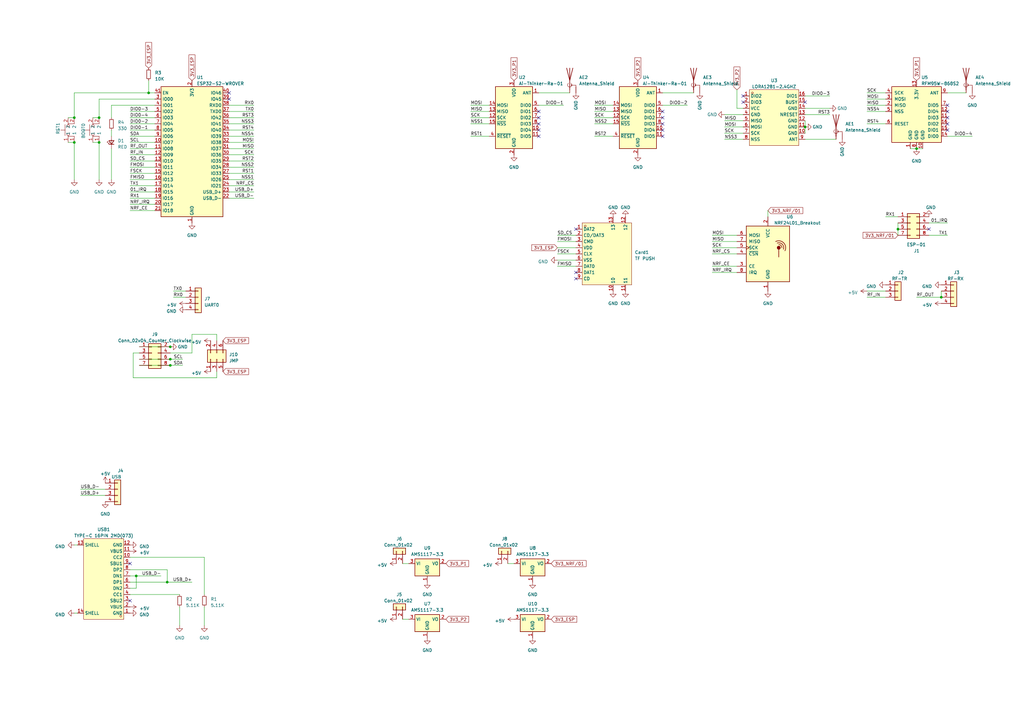
<source format=kicad_sch>
(kicad_sch (version 20230121) (generator eeschema)
  (paper "A3")
  (lib_symbols
    (symbol "Connector_Generic:Conn_01x02" (pin_names (offset 1.016) hide)
      (property "Reference" "J" (at 0 2.54 0))
      (property "Value" "Conn_01x02" (at 0 -5.08 0))
      (symbol "Conn_01x02_1_1"
        (rectangle (start -1.27 -2.413) (end 0 -2.667) (stroke (width 0.1524)))
        (rectangle (start -1.27 0.127) (end 0 -0.127) (stroke (width 0.1524)))
        (rectangle (start -1.27 1.27) (end 1.27 -3.81) (stroke (width 0.254)) (fill (type background)))
        (pin passive line (at -5.08 0 0) (length 3.81) (name "Pin_1") (number "1"))
        (pin passive line (at -5.08 -2.54 0) (length 3.81) (name "Pin_2") (number "2"))
      )
    )
    (symbol "Connector_Generic:Conn_01x03" (pin_names (offset 1.016) hide)
      (property "Reference" "J" (at 0 5.08 0))
      (property "Value" "Conn_01x03" (at 0 -5.08 0))
      (symbol "Conn_01x03_1_1"
        (rectangle (start -1.27 -2.413) (end 0 -2.667) (stroke (width 0.1524)))
        (rectangle (start -1.27 0.127) (end 0 -0.127) (stroke (width 0.1524)))
        (rectangle (start -1.27 2.667) (end 0 2.413) (stroke (width 0.1524)))
        (rectangle (start -1.27 3.81) (end 1.27 -3.81) (stroke (width 0.254)) (fill (type background)))
        (pin passive line (at -5.08 2.54 0) (length 3.81) (name "Pin_1") (number "1"))
        (pin passive line (at -5.08 0 0) (length 3.81) (name "Pin_2") (number "2"))
        (pin passive line (at -5.08 -2.54 0) (length 3.81) (name "Pin_3") (number "3"))
      )
    )
    (symbol "Connector_Generic:Conn_01x04" (pin_names (offset 1.016) hide)
      (property "Reference" "J" (at 0 5.08 0))
      (property "Value" "Conn_01x04" (at 0 -7.62 0))
      (symbol "Conn_01x04_1_1"
        (rectangle (start -1.27 -4.953) (end 0 -5.207) (stroke (width 0.1524)))
        (rectangle (start -1.27 -2.413) (end 0 -2.667) (stroke (width 0.1524)))
        (rectangle (start -1.27 0.127) (end 0 -0.127) (stroke (width 0.1524)))
        (rectangle (start -1.27 2.667) (end 0 2.413) (stroke (width 0.1524)))
        (rectangle (start -1.27 3.81) (end 1.27 -6.35) (stroke (width 0.254)) (fill (type background)))
        (pin passive line (at -5.08 2.54 0) (length 3.81) (name "Pin_1") (number "1"))
        (pin passive line (at -5.08 0 0) (length 3.81) (name "Pin_2") (number "2"))
        (pin passive line (at -5.08 -2.54 0) (length 3.81) (name "Pin_3") (number "3"))
        (pin passive line (at -5.08 -5.08 0) (length 3.81) (name "Pin_4") (number "4"))
      )
    )
    (symbol "Connector_Generic:Conn_02x03_Odd_Even" (pin_names (offset 1.016) hide)
      (property "Reference" "J" (at 1.27 5.08 0))
      (property "Value" "Conn_02x03_Odd_Even" (at 1.27 -5.08 0))
      (symbol "Conn_02x03_Odd_Even_1_1"
        (rectangle (start -1.27 -2.413) (end 0 -2.667) (stroke (width 0.1524)))
        (rectangle (start -1.27 0.127) (end 0 -0.127) (stroke (width 0.1524)))
        (rectangle (start -1.27 2.667) (end 0 2.413) (stroke (width 0.1524)))
        (rectangle (start -1.27 3.81) (end 3.81 -3.81) (stroke (width 0.254)) (fill (type background)))
        (rectangle (start 3.81 -2.413) (end 2.54 -2.667) (stroke (width 0.1524)))
        (rectangle (start 3.81 0.127) (end 2.54 -0.127) (stroke (width 0.1524)))
        (rectangle (start 3.81 2.667) (end 2.54 2.413) (stroke (width 0.1524)))
        (pin passive line (at -5.08 2.54 0) (length 3.81) (name "Pin_1") (number "1"))
        (pin passive line (at 7.62 2.54 180) (length 3.81) (name "Pin_2") (number "2"))
        (pin passive line (at -5.08 0 0) (length 3.81) (name "Pin_3") (number "3"))
        (pin passive line (at 7.62 0 180) (length 3.81) (name "Pin_4") (number "4"))
        (pin passive line (at -5.08 -2.54 0) (length 3.81) (name "Pin_5") (number "5"))
        (pin passive line (at 7.62 -2.54 180) (length 3.81) (name "Pin_6") (number "6"))
      )
    )
    (symbol "Connector_Generic:Conn_02x04_Odd_Even" (pin_names (offset 1.016) hide)
      (property "Reference" "J" (at 1.27 5.08 0))
      (property "Value" "Conn_02x04_Odd_Even" (at 1.27 -7.62 0))
      (symbol "Conn_02x04_Odd_Even_1_1"
        (rectangle (start -1.27 -4.953) (end 0 -5.207) (stroke (width 0.1524)))
        (rectangle (start -1.27 -2.413) (end 0 -2.667) (stroke (width 0.1524)))
        (rectangle (start -1.27 0.127) (end 0 -0.127) (stroke (width 0.1524)))
        (rectangle (start -1.27 2.667) (end 0 2.413) (stroke (width 0.1524)))
        (rectangle (start -1.27 3.81) (end 3.81 -6.35) (stroke (width 0.254)) (fill (type background)))
        (rectangle (start 3.81 -4.953) (end 2.54 -5.207) (stroke (width 0.1524)))
        (rectangle (start 3.81 -2.413) (end 2.54 -2.667) (stroke (width 0.1524)))
        (rectangle (start 3.81 0.127) (end 2.54 -0.127) (stroke (width 0.1524)))
        (rectangle (start 3.81 2.667) (end 2.54 2.413) (stroke (width 0.1524)))
        (pin passive line (at -5.08 2.54 0) (length 3.81) (name "Pin_1") (number "1"))
        (pin passive line (at 7.62 2.54 180) (length 3.81) (name "Pin_2") (number "2"))
        (pin passive line (at -5.08 0 0) (length 3.81) (name "Pin_3") (number "3"))
        (pin passive line (at 7.62 0 180) (length 3.81) (name "Pin_4") (number "4"))
        (pin passive line (at -5.08 -2.54 0) (length 3.81) (name "Pin_5") (number "5"))
        (pin passive line (at 7.62 -2.54 180) (length 3.81) (name "Pin_6") (number "6"))
        (pin passive line (at -5.08 -5.08 0) (length 3.81) (name "Pin_7") (number "7"))
        (pin passive line (at 7.62 -5.08 180) (length 3.81) (name "Pin_8") (number "8"))
      )
    )
    (symbol "Custom:LORA1281-2.4GHZ"
      (property "Reference" "U" (at 0 13.97 0))
      (property "Value" "LORA1281-2.4GHZ" (at 0 -13.97 0))
      (symbol "LORA1281-2.4GHZ_0_1"
        (rectangle (start -10.16 11.43) (end 10.16 -11.43) (fill (type background)))
        (circle (center -8.89 10.16) (radius 0.38))
        (pin unspecified line (at -12.7 8.89 0) (length 2.54) (name "DIO2") (number "1"))
        (pin unspecified line (at 12.7 -6.35 180) (length 2.54) (name "GND") (number "10"))
        (pin unspecified line (at 12.7 -3.81 180) (length 2.54) (name "GND") (number "11"))
        (pin unspecified line (at 12.7 -1.27 180) (length 2.54) (name "GND") (number "12"))
        (pin unspecified line (at 12.7 1.27 180) (length 2.54) (name "NRESET") (number "13"))
        (pin unspecified line (at 12.7 3.81 180) (length 2.54) (name "GND") (number "14"))
        (pin unspecified line (at 12.7 6.35 180) (length 2.54) (name "BUSY") (number "15"))
        (pin unspecified line (at 12.7 8.89 180) (length 2.54) (name "DIO1") (number "16"))
        (pin unspecified line (at -12.7 6.35 0) (length 2.54) (name "DIO3") (number "2"))
        (pin unspecified line (at -12.7 3.81 0) (length 2.54) (name "VCC") (number "3"))
        (pin unspecified line (at -12.7 1.27 0) (length 2.54) (name "GND") (number "4"))
        (pin unspecified line (at -12.7 -1.27 0) (length 2.54) (name "MISO") (number "5"))
        (pin unspecified line (at -12.7 -3.81 0) (length 2.54) (name "MOSI") (number "6"))
        (pin unspecified line (at -12.7 -6.35 0) (length 2.54) (name "SCK") (number "7"))
        (pin unspecified line (at -12.7 -8.89 0) (length 2.54) (name "NSS") (number "8"))
        (pin unspecified line (at 12.7 -8.89 180) (length 2.54) (name "ANT") (number "9"))
      )
    )
    (symbol "Custom:TFPUSH"
      (property "Reference" "Card" (at 0 20.32 0))
      (property "Value" "TF PUSH" (at 0 -20.32 0))
      (symbol "TFPUSH_0_1"
        (rectangle (start -7.62 12.7) (end 12.7 -12.7) (fill (type background)))
        (circle (center -6.35 11.43) (radius 0.38))
        (pin unspecified line (at -10.16 10.16 0) (length 2.54) (name "DAT2") (number "1"))
        (pin unspecified line (at 5.08 -15.24 90) (length 2.54) (name "10") (number "10"))
        (pin unspecified line (at 10.16 -15.24 90) (length 2.54) (name "11") (number "11"))
        (pin unspecified line (at 10.16 15.24 270) (length 2.54) (name "12") (number "12"))
        (pin unspecified line (at 5.08 15.24 270) (length 2.54) (name "13") (number "13"))
        (pin unspecified line (at -10.16 7.62 0) (length 2.54) (name "CD/DAT3") (number "2"))
        (pin unspecified line (at -10.16 5.08 0) (length 2.54) (name "CMD") (number "3"))
        (pin unspecified line (at -10.16 2.54 0) (length 2.54) (name "VDD") (number "4"))
        (pin unspecified line (at -10.16 0 0) (length 2.54) (name "CLX") (number "5"))
        (pin unspecified line (at -10.16 -2.54 0) (length 2.54) (name "VSS") (number "6"))
        (pin unspecified line (at -10.16 -5.08 0) (length 2.54) (name "DAT0") (number "7"))
        (pin unspecified line (at -10.16 -7.62 0) (length 2.54) (name "DAT1") (number "8"))
        (pin unspecified line (at -10.16 -10.16 0) (length 2.54) (name "CD") (number "9"))
      )
    )
    (symbol "Custom:TYPE-C16PIN2MD(073)"
      (property "Reference" "USB" (at 0 19.05 0))
      (property "Value" "TYPE-C 16PIN 2MD(073)" (at 0 -19.05 0))
      (symbol "TYPE-C16PIN2MD(073)_0_1"
        (rectangle (start -8.89 16.51) (end 7.62 -16.51) (fill (type background)))
        (circle (center -7.62 15.24) (radius 0.38))
        (pin unspecified line (at -11.43 13.97 0) (length 2.54) (name "GND") (number "1"))
        (pin unspecified line (at -11.43 -8.89 0) (length 2.54) (name "CC2") (number "10"))
        (pin unspecified line (at -11.43 -11.43 0) (length 2.54) (name "VBUS") (number "11"))
        (pin unspecified line (at -11.43 -13.97 0) (length 2.54) (name "GND") (number "12"))
        (pin unspecified line (at 10.16 -13.97 180) (length 2.54) (name "SHELL") (number "13"))
        (pin unspecified line (at 10.16 13.97 180) (length 2.54) (name "SHELL") (number "14"))
        (pin unspecified line (at -11.43 11.43 0) (length 2.54) (name "VBUS") (number "2"))
        (pin unspecified line (at -11.43 8.89 0) (length 2.54) (name "SBU2") (number "3"))
        (pin unspecified line (at -11.43 6.35 0) (length 2.54) (name "CC1") (number "4"))
        (pin unspecified line (at -11.43 3.81 0) (length 2.54) (name "DN2") (number "5"))
        (pin unspecified line (at -11.43 1.27 0) (length 2.54) (name "DP1") (number "6"))
        (pin unspecified line (at -11.43 -1.27 0) (length 2.54) (name "DN1") (number "7"))
        (pin unspecified line (at -11.43 -3.81 0) (length 2.54) (name "DP2") (number "8"))
        (pin unspecified line (at -11.43 -6.35 0) (length 2.54) (name "SBU1") (number "9"))
      )
    )
    (symbol "Custom:push_button"
      (property "Reference" "SW" (at 0 0 0))
      (symbol "push_button_0_1"
        (circle (center -1.778 -3.81) (radius 0.508))
        (polyline (pts (xy -2.286 -2.54) (xy 2.286 -2.54)))
        (polyline (pts (xy 0 -2.54) (xy 0 -0.762)))
        (polyline (pts (xy -2.54 -6.35) (xy -2.54 -3.81) (xy -2.286 -3.81)))
        (polyline (pts (xy 2.54 -6.35) (xy 2.54 -3.81) (xy 2.286 -3.81)))
        (circle (center 1.778 -3.81) (radius 0.508))
        (pin passive line (at -5.08 -6.35 0) (length 2.54) (name "1") (number "1"))
        (pin passive line (at -5.08 -3.81 0) (length 2.54) (name "1") (number "1"))
        (pin passive line (at 5.08 -6.35 180) (length 2.54) (name "2") (number "2"))
        (pin passive line (at 5.08 -3.81 180) (length 2.54) (name "2") (number "2"))
      )
    )
    (symbol "Device:Antenna_Shield" (pin_numbers hide) (pin_names (offset 1.016) hide)
      (property "Reference" "AE" (at -1.905 4.445 0))
      (property "Value" "Antenna_Shield" (at -1.905 2.54 0))
      (symbol "Antenna_Shield_0_1"
        (arc (start -0.508 -1.143) (mid -0.8429 -2.1194) (end 0 -2.667))
        (arc (start 0 -2.667) (mid 0.7989 -2.1052) (end 0.508 -1.143))
        (polyline (pts (xy 0 -2.54) (xy 0 0)))
        (polyline (pts (xy 0 5.08) (xy 0 -3.81)) (stroke (width 0.254)))
        (polyline (pts (xy 0.762 -1.905) (xy 2.54 -1.905)))
        (polyline (pts (xy 2.54 -2.54) (xy 2.54 -1.905)))
        (polyline (pts (xy 1.27 5.08) (xy 0 0) (xy -1.27 5.08)) (stroke (width 0.254)))
        (circle (center 0.762 -1.905) (radius 0.1778) (fill (type outline)))
      )
      (symbol "Antenna_Shield_1_1"
        (pin input line (at 0 -5.08 90) (length 2.54) (name "A") (number "1"))
        (pin input line (at 2.54 -5.08 90) (length 2.54) (name "Shield") (number "2"))
      )
    )
    (symbol "Device:LED_Small" (pin_numbers hide) (pin_names (offset 0.254) hide)
      (property "Reference" "D" (at -1.27 3.175 0))
      (property "Value" "LED_Small" (at -4.445 -2.54 0))
      (symbol "LED_Small_0_1"
        (polyline (pts (xy -0.762 -1.016) (xy -0.762 1.016)) (stroke (width 0.254)))
        (polyline (pts (xy 1.016 0) (xy -0.762 0)))
        (polyline (pts (xy 0.762 -1.016) (xy -0.762 0) (xy 0.762 1.016) (xy 0.762 -1.016)) (stroke (width 0.254)))
        (polyline (pts (xy 0 0.762) (xy -0.508 1.27) (xy -0.254 1.27) (xy -0.508 1.27) (xy -0.508 1.016)))
        (polyline (pts (xy 0.508 1.27) (xy 0 1.778) (xy 0.254 1.778) (xy 0 1.778) (xy 0 1.524)))
      )
      (symbol "LED_Small_1_1"
        (pin passive line (at -2.54 0 0) (length 1.778) (name "K") (number "1"))
        (pin passive line (at 2.54 0 180) (length 1.778) (name "A") (number "2"))
      )
    )
    (symbol "Device:R_Small" (pin_numbers hide) (pin_names (offset 0.254) hide)
      (property "Reference" "R" (at 0.762 0.508 0))
      (property "Value" "R_Small" (at 0.762 -1.016 0))
      (symbol "R_Small_0_1"
        (rectangle (start -0.762 1.778) (end 0.762 -1.778) (stroke (width 0.2032)))
      )
      (symbol "R_Small_1_1"
        (pin passive line (at 0 2.54 270) (length 0.762) (name "~") (number "1"))
        (pin passive line (at 0 -2.54 90) (length 0.762) (name "~") (number "2"))
      )
    )
    (symbol "RF:NRF24L01_Breakout" (pin_names (offset 1.016))
      (property "Reference" "U" (at -8.89 12.7 0))
      (property "Value" "NRF24L01_Breakout" (at 3.81 12.7 0))
      (symbol "NRF24L01_Breakout_0_1"
        (rectangle (start -8.89 11.43) (end 8.89 -11.43) (stroke (width 0.254)) (fill (type background)))
        (polyline (pts (xy 4.445 1.905) (xy 4.445 -1.27)) (stroke (width 0.254)))
        (circle (center 4.445 2.54) (radius 0.635) (stroke (width 0.254)) (fill (type outline)))
        (arc (start 5.715 2.54) (mid 5.3521 3.4546) (end 4.445 3.81) (stroke (width 0.254)))
        (arc (start 6.35 1.905) (mid 5.8763 3.9854) (end 3.81 4.445) (stroke (width 0.254)))
        (arc (start 6.985 1.27) (mid 6.453 4.548) (end 3.175 5.08) (stroke (width 0.254)))
      )
      (symbol "NRF24L01_Breakout_1_1"
        (pin power_in line (at 0 -15.24 90) (length 3.81) (name "GND") (number "1"))
        (pin power_in line (at 0 15.24 270) (length 3.81) (name "VCC") (number "2"))
        (pin input line (at -12.7 -5.08 0) (length 3.81) (name "CE") (number "3"))
        (pin input line (at -12.7 0 0) (length 3.81) (name "~{CSN}") (number "4"))
        (pin input clock (at -12.7 2.54 0) (length 3.81) (name "SCK") (number "5"))
        (pin input line (at -12.7 7.62 0) (length 3.81) (name "MOSI") (number "6"))
        (pin output line (at -12.7 5.08 0) (length 3.81) (name "MISO") (number "7"))
        (pin output line (at -12.7 -7.62 0) (length 3.81) (name "IRQ") (number "8"))
      )
    )
    (symbol "RF_Module:Ai-Thinker-Ra-01"
      (property "Reference" "U" (at 2.54 17.78 0))
      (property "Value" "Ai-Thinker-Ra-01" (at 13.97 -15.24 0))
      (symbol "Ai-Thinker-Ra-01_0_1"
        (rectangle (start -7.62 12.7) (end 7.62 -12.7) (stroke (width 0.254)) (fill (type background)))
      )
      (symbol "Ai-Thinker-Ra-01_1_1"
        (pin passive line (at 10.16 10.16 180) (length 2.54) (name "ANT") (number "1"))
        (pin bidirectional line (at 10.16 -5.08 180) (length 2.54) (name "DIO4") (number "10"))
        (pin bidirectional line (at 10.16 -7.62 180) (length 2.54) (name "DIO5") (number "11"))
        (pin input line (at -10.16 0 0) (length 2.54) (name "SCK") (number "12"))
        (pin output line (at -10.16 2.54 0) (length 2.54) (name "MISO") (number "13"))
        (pin input line (at -10.16 5.08 0) (length 2.54) (name "MOSI") (number "14"))
        (pin input line (at -10.16 -2.54 0) (length 2.54) (name "~{NSS}") (number "15"))
        (pin passive line (at 0 -15.24 90) (length 2.54) hide (name "GND") (number "16"))
        (pin power_in line (at 0 -15.24 90) (length 2.54) (name "GND") (number "2"))
        (pin power_in line (at 0 15.24 270) (length 2.54) (name "VDD") (number "3"))
        (pin input line (at -10.16 -7.62 0) (length 2.54) (name "~{RESET}") (number "4"))
        (pin bidirectional line (at 10.16 5.08 180) (length 2.54) (name "DIO0") (number "5"))
        (pin bidirectional line (at 10.16 2.54 180) (length 2.54) (name "DIO1") (number "6"))
        (pin bidirectional line (at 10.16 0 180) (length 2.54) (name "DIO2") (number "7"))
        (pin bidirectional line (at 10.16 -2.54 180) (length 2.54) (name "DIO3") (number "8"))
        (pin passive line (at 0 -15.24 90) (length 2.54) hide (name "GND") (number "9"))
      )
    )
    (symbol "RF_Module:ESP32-S2-WROVER"
      (property "Reference" "U" (at -12.7 29.21 0))
      (property "Value" "ESP32-S2-WROVER" (at 2.54 29.21 0))
      (symbol "ESP32-S2-WROVER_0_1"
        (rectangle (start -12.7 27.94) (end 12.7 -25.4) (stroke (width 0.254)) (fill (type background)))
      )
      (symbol "ESP32-S2-WROVER_1_1"
        (pin power_in line (at 0 -27.94 90) (length 2.54) (name "GND") (number "1"))
        (pin bidirectional line (at -15.24 5.08 0) (length 2.54) (name "IO07") (number "10"))
        (pin bidirectional line (at -15.24 2.54 0) (length 2.54) (name "IO08") (number "11"))
        (pin bidirectional line (at -15.24 0 0) (length 2.54) (name "IO09") (number "12"))
        (pin bidirectional line (at -15.24 -2.54 0) (length 2.54) (name "IO10") (number "13"))
        (pin bidirectional line (at -15.24 -5.08 0) (length 2.54) (name "IO11") (number "14"))
        (pin bidirectional line (at -15.24 -7.62 0) (length 2.54) (name "IO12") (number "15"))
        (pin bidirectional line (at -15.24 -10.16 0) (length 2.54) (name "IO13") (number "16"))
        (pin bidirectional line (at -15.24 -12.7 0) (length 2.54) (name "IO14") (number "17"))
        (pin bidirectional line (at -15.24 -15.24 0) (length 2.54) (name "IO15") (number "18"))
        (pin bidirectional line (at -15.24 -17.78 0) (length 2.54) (name "IO16") (number "19"))
        (pin power_in line (at 0 30.48 270) (length 2.54) (name "3V3") (number "2"))
        (pin bidirectional line (at -15.24 -20.32 0) (length 2.54) (name "IO17") (number "20"))
        (pin bidirectional line (at -15.24 -22.86 0) (length 2.54) (name "IO18") (number "21"))
        (pin bidirectional line (at 15.24 -17.78 180) (length 2.54) (name "USB_D-") (number "22"))
        (pin bidirectional line (at 15.24 -15.24 180) (length 2.54) (name "USB_D+") (number "23"))
        (pin bidirectional line (at 15.24 -12.7 180) (length 2.54) (name "IO21") (number "24"))
        (pin bidirectional line (at 15.24 -10.16 180) (length 2.54) (name "IO26") (number "25"))
        (pin passive line (at 0 -27.94 90) (length 2.54) hide (name "GND") (number "26"))
        (pin bidirectional line (at 15.24 -7.62 180) (length 2.54) (name "IO33") (number "27"))
        (pin bidirectional line (at 15.24 -5.08 180) (length 2.54) (name "IO34") (number "28"))
        (pin bidirectional line (at 15.24 -2.54 180) (length 2.54) (name "IO35") (number "29"))
        (pin bidirectional line (at -15.24 22.86 0) (length 2.54) (name "IO00") (number "3"))
        (pin bidirectional line (at 15.24 0 180) (length 2.54) (name "IO36") (number "30"))
        (pin bidirectional line (at 15.24 2.54 180) (length 2.54) (name "IO37") (number "31"))
        (pin bidirectional line (at 15.24 5.08 180) (length 2.54) (name "IO38") (number "32"))
        (pin bidirectional line (at 15.24 7.62 180) (length 2.54) (name "IO39") (number "33"))
        (pin bidirectional line (at 15.24 10.16 180) (length 2.54) (name "IO40") (number "34"))
        (pin bidirectional line (at 15.24 12.7 180) (length 2.54) (name "IO41") (number "35"))
        (pin bidirectional line (at 15.24 15.24 180) (length 2.54) (name "IO42") (number "36"))
        (pin bidirectional line (at 15.24 17.78 180) (length 2.54) (name "TXD0") (number "37"))
        (pin bidirectional line (at 15.24 20.32 180) (length 2.54) (name "RXD0") (number "38"))
        (pin bidirectional line (at 15.24 22.86 180) (length 2.54) (name "IO45") (number "39"))
        (pin bidirectional line (at -15.24 20.32 0) (length 2.54) (name "IO01") (number "4"))
        (pin input line (at 15.24 25.4 180) (length 2.54) (name "IO46") (number "40"))
        (pin input line (at -15.24 25.4 0) (length 2.54) (name "EN") (number "41"))
        (pin passive line (at 0 -27.94 90) (length 2.54) hide (name "GND") (number "42"))
        (pin passive line (at 0 -27.94 90) (length 2.54) hide (name "GND") (number "43"))
        (pin bidirectional line (at -15.24 17.78 0) (length 2.54) (name "IO02") (number "5"))
        (pin bidirectional line (at -15.24 15.24 0) (length 2.54) (name "IO03") (number "6"))
        (pin bidirectional line (at -15.24 12.7 0) (length 2.54) (name "IO04") (number "7"))
        (pin bidirectional line (at -15.24 10.16 0) (length 2.54) (name "IO05") (number "8"))
        (pin bidirectional line (at -15.24 7.62 0) (length 2.54) (name "IO06") (number "9"))
      )
    )
    (symbol "RF_Module:RFM95W-868S2" (pin_names (offset 1.016))
      (property "Reference" "U" (at -10.414 11.684 0))
      (property "Value" "RFM95W-868S2" (at 1.524 11.43 0))
      (symbol "RFM95W-868S2_0_1"
        (rectangle (start -10.16 10.16) (end 10.16 -12.7) (stroke (width 0.254)) (fill (type background)))
      )
      (symbol "RFM95W-868S2_1_1"
        (pin power_in line (at -2.54 -15.24 90) (length 2.54) (name "GND") (number "1"))
        (pin power_in line (at 2.54 -15.24 90) (length 2.54) (name "GND") (number "10"))
        (pin bidirectional line (at 12.7 -2.54 180) (length 2.54) (name "DIO3") (number "11"))
        (pin bidirectional line (at 12.7 0 180) (length 2.54) (name "DIO4") (number "12"))
        (pin power_in line (at 0 12.7 270) (length 2.54) (name "3.3V") (number "13"))
        (pin bidirectional line (at 12.7 -10.16 180) (length 2.54) (name "DIO0") (number "14"))
        (pin bidirectional line (at 12.7 -7.62 180) (length 2.54) (name "DIO1") (number "15"))
        (pin bidirectional line (at 12.7 -5.08 180) (length 2.54) (name "DIO2") (number "16"))
        (pin output line (at -12.7 2.54 0) (length 2.54) (name "MISO") (number "2"))
        (pin input line (at -12.7 5.08 0) (length 2.54) (name "MOSI") (number "3"))
        (pin input line (at -12.7 7.62 0) (length 2.54) (name "SCK") (number "4"))
        (pin input line (at -12.7 0 0) (length 2.54) (name "NSS") (number "5"))
        (pin bidirectional line (at -12.7 -5.08 0) (length 2.54) (name "RESET") (number "6"))
        (pin bidirectional line (at 12.7 2.54 180) (length 2.54) (name "DIO5") (number "7"))
        (pin power_in line (at 0 -15.24 90) (length 2.54) (name "GND") (number "8"))
        (pin bidirectional line (at 12.7 7.62 180) (length 2.54) (name "ANT") (number "9"))
      )
    )
    (symbol "Regulator_Linear:AMS1117-3.3"
      (property "Reference" "U" (at -3.81 3.175 0))
      (property "Value" "AMS1117-3.3" (at 0 3.175 0))
      (symbol "AMS1117-3.3_0_1"
        (rectangle (start -5.08 -5.08) (end 5.08 1.905) (stroke (width 0.254)) (fill (type background)))
      )
      (symbol "AMS1117-3.3_1_1"
        (pin power_in line (at 0 -7.62 90) (length 2.54) (name "GND") (number "1"))
        (pin power_out line (at 7.62 0 180) (length 2.54) (name "VO") (number "2"))
        (pin power_in line (at -7.62 0 0) (length 2.54) (name "VI") (number "3"))
      )
    )
    (symbol "power:+5V" (power) (pin_names (offset 0))
      (property "Value" "+5V" (at 0 3.556 0))
      (symbol "+5V_0_1"
        (polyline (pts (xy -0.762 1.27) (xy 0 2.54)))
        (polyline (pts (xy 0 0) (xy 0 2.54)))
        (polyline (pts (xy 0 2.54) (xy 0.762 1.27)))
      )
      (symbol "+5V_1_1"
        (pin power_in line (at 0 0 90) (length 0) hide (name "+5V") (number "1"))
      )
    )
    (symbol "power:GND" (power) (pin_names (offset 0))
      (property "Value" "GND" (at 0 -3.81 0))
      (symbol "GND_0_1"
        (polyline (pts (xy 0 0) (xy 0 -1.27) (xy 1.27 -1.27) (xy 0 -2.54) (xy -1.27 -1.27) (xy 0 -1.27)))
      )
      (symbol "GND_1_1"
        (pin power_in line (at 0 0 270) (length 0) hide (name "GND") (number "1"))
      )
    )
  )
  (junction (at 60.96 38.1))
  (junction (at 375.92 60.96))
  (junction (at 386.08 121.92))
  (junction (at 40.64 58.42))
  (junction (at 30.48 48.26))
  (junction (at 40.64 48.26))
  (junction (at 30.48 58.42))
  (junction (at 368.3 93.98))
  (junction (at 330.2 52.07))
  (junction (at 68.58 238.76))
  (junction (at 69.85 147.32))
  (junction (at 69.85 149.86))
  (junction (at 55.88 236.22))
  (junction (at 69.85 142.24))
  (no_connect (at 388.62 50.8))
  (no_connect (at 271.78 55.88))
  (no_connect (at 271.78 53.34))
  (no_connect (at 220.98 48.26))
  (no_connect (at 236.22 111.76))
  (no_connect (at 220.98 50.8))
  (no_connect (at 381 93.98))
  (no_connect (at 93.98 38.1))
  (no_connect (at 53.34 246.38))
  (no_connect (at 236.22 114.3))
  (no_connect (at 53.34 231.14))
  (no_connect (at 220.98 53.34))
  (no_connect (at 220.98 55.88))
  (no_connect (at 93.98 40.64))
  (no_connect (at 304.8 41.91))
  (no_connect (at 236.22 93.98))
  (no_connect (at 330.2 41.91))
  (no_connect (at 388.62 43.18))
  (no_connect (at 388.62 48.26))
  (no_connect (at 271.78 45.72))
  (no_connect (at 271.78 48.26))
  (no_connect (at 388.62 45.72))
  (no_connect (at 304.8 39.37))
  (no_connect (at 271.78 50.8))
  (no_connect (at 220.98 45.72))
  (no_connect (at 388.62 53.34))
  (wire (pts (xy 93.98 68.58) (xy 104.14 68.58)))
  (wire (pts (xy 284.48 38.1) (xy 271.78 38.1)))
  (wire (pts (xy 297.18 46.99) (xy 304.8 46.99)))
  (wire (pts (xy 45.72 43.18) (xy 63.5 43.18)))
  (wire (pts (xy 355.6 121.92) (xy 363.22 121.92)))
  (wire (pts (xy 83.82 228.6) (xy 53.34 228.6)))
  (wire (pts (xy 381 96.52) (xy 388.62 96.52)))
  (wire (pts (xy 228.6 109.22) (xy 236.22 109.22)))
  (wire (pts (xy 38.1 58.42) (xy 40.64 58.42)))
  (wire (pts (xy 388.62 91.44) (xy 381 91.44)))
  (wire (pts (xy 88.9 139.7) (xy 88.9 137.16)))
  (wire (pts (xy 30.48 38.1) (xy 30.48 48.26)))
  (wire (pts (xy 63.5 40.64) (xy 40.64 40.64)))
  (wire (pts (xy 93.98 78.74) (xy 104.14 78.74)))
  (wire (pts (xy 93.98 53.34) (xy 104.14 53.34)))
  (wire (pts (xy 330.2 52.07) (xy 330.2 49.53)))
  (wire (pts (xy 60.96 38.1) (xy 60.96 33.02)))
  (wire (pts (xy 53.34 86.36) (xy 63.5 86.36)))
  (wire (pts (xy 53.34 63.5) (xy 63.5 63.5)))
  (wire (pts (xy 355.6 45.72) (xy 363.22 45.72)))
  (wire (pts (xy 33.02 203.2) (xy 43.18 203.2)))
  (wire (pts (xy 40.64 40.64) (xy 40.64 48.26)))
  (wire (pts (xy 93.98 48.26) (xy 104.14 48.26)))
  (wire (pts (xy 93.98 45.72) (xy 104.14 45.72)))
  (wire (pts (xy 93.98 66.04) (xy 104.14 66.04)))
  (wire (pts (xy 314.96 86.36) (xy 314.96 88.9)))
  (wire (pts (xy 292.1 99.06) (xy 302.26 99.06)))
  (wire (pts (xy 193.04 48.26) (xy 200.66 48.26)))
  (wire (pts (xy 57.15 142.24) (xy 69.85 142.24)))
  (wire (pts (xy 54.61 144.78) (xy 57.15 144.78)))
  (wire (pts (xy 355.6 119.38) (xy 363.22 119.38)))
  (wire (pts (xy 208.28 231.14) (xy 210.82 231.14)))
  (wire (pts (xy 355.6 50.8) (xy 363.22 50.8)))
  (wire (pts (xy 53.34 68.58) (xy 63.5 68.58)))
  (wire (pts (xy 363.22 88.9) (xy 368.3 88.9)))
  (wire (pts (xy 45.72 48.26) (xy 45.72 43.18)))
  (wire (pts (xy 330.2 54.61) (xy 330.2 52.07)))
  (wire (pts (xy 68.58 233.68) (xy 68.58 238.76)))
  (wire (pts (xy 53.34 60.96) (xy 63.5 60.96)))
  (wire (pts (xy 93.98 76.2) (xy 104.14 76.2)))
  (wire (pts (xy 396.24 38.1) (xy 388.62 38.1)))
  (wire (pts (xy 297.18 49.53) (xy 304.8 49.53)))
  (wire (pts (xy 53.34 50.8) (xy 63.5 50.8)))
  (wire (pts (xy 78.74 144.78) (xy 69.85 144.78)))
  (wire (pts (xy 60.96 38.1) (xy 30.48 38.1)))
  (wire (pts (xy 33.02 200.66) (xy 43.18 200.66)))
  (wire (pts (xy 38.1 48.26) (xy 40.64 48.26)))
  (wire (pts (xy 373.38 60.96) (xy 375.92 60.96)))
  (wire (pts (xy 388.62 55.88) (xy 398.78 55.88)))
  (wire (pts (xy 53.34 73.66) (xy 63.5 73.66)))
  (wire (pts (xy 93.98 58.42) (xy 104.14 58.42)))
  (wire (pts (xy 355.6 43.18) (xy 363.22 43.18)))
  (wire (pts (xy 88.9 137.16) (xy 78.74 137.16)))
  (wire (pts (xy 243.84 45.72) (xy 251.46 45.72)))
  (wire (pts (xy 93.98 73.66) (xy 104.14 73.66)))
  (wire (pts (xy 83.82 248.92) (xy 83.82 256.54)))
  (wire (pts (xy 193.04 50.8) (xy 200.66 50.8)))
  (wire (pts (xy 228.6 101.6) (xy 236.22 101.6)))
  (wire (pts (xy 53.34 76.2) (xy 63.5 76.2)))
  (wire (pts (xy 73.66 243.84) (xy 53.34 243.84)))
  (wire (pts (xy 53.34 55.88) (xy 63.5 55.88)))
  (wire (pts (xy 40.64 58.42) (xy 40.64 73.66)))
  (wire (pts (xy 63.5 38.1) (xy 60.96 38.1)))
  (wire (pts (xy 228.6 99.06) (xy 236.22 99.06)))
  (wire (pts (xy 292.1 101.6) (xy 302.26 101.6)))
  (wire (pts (xy 93.98 55.88) (xy 104.14 55.88)))
  (wire (pts (xy 302.26 44.45) (xy 302.26 36.83)))
  (wire (pts (xy 355.6 38.1) (xy 363.22 38.1)))
  (wire (pts (xy 68.58 238.76) (xy 78.74 238.76)))
  (wire (pts (xy 368.3 91.44) (xy 368.3 93.98)))
  (wire (pts (xy 228.6 106.68) (xy 236.22 106.68)))
  (wire (pts (xy 53.34 45.72) (xy 63.5 45.72)))
  (wire (pts (xy 375.92 121.92) (xy 386.08 121.92)))
  (wire (pts (xy 292.1 109.22) (xy 302.26 109.22)))
  (wire (pts (xy 45.72 53.34) (xy 45.72 55.88)))
  (wire (pts (xy 53.34 48.26) (xy 63.5 48.26)))
  (wire (pts (xy 292.1 96.52) (xy 302.26 96.52)))
  (wire (pts (xy 53.34 81.28) (xy 63.5 81.28)))
  (wire (pts (xy 340.36 44.45) (xy 330.2 44.45)))
  (wire (pts (xy 53.34 58.42) (xy 63.5 58.42)))
  (wire (pts (xy 233.68 38.1) (xy 220.98 38.1)))
  (wire (pts (xy 304.8 44.45) (xy 302.26 44.45)))
  (wire (pts (xy 45.72 60.96) (xy 45.72 73.66)))
  (wire (pts (xy 27.94 48.26) (xy 30.48 48.26)))
  (wire (pts (xy 297.18 52.07) (xy 304.8 52.07)))
  (wire (pts (xy 55.88 236.22) (xy 66.04 236.22)))
  (wire (pts (xy 57.15 147.32) (xy 69.85 147.32)))
  (wire (pts (xy 54.61 154.94) (xy 54.61 144.78)))
  (wire (pts (xy 53.34 83.82) (xy 63.5 83.82)))
  (wire (pts (xy 297.18 54.61) (xy 304.8 54.61)))
  (wire (pts (xy 53.34 233.68) (xy 68.58 233.68)))
  (wire (pts (xy 30.48 58.42) (xy 30.48 73.66)))
  (wire (pts (xy 375.92 60.96) (xy 378.46 60.96)))
  (wire (pts (xy 243.84 55.88) (xy 251.46 55.88)))
  (wire (pts (xy 71.12 119.38) (xy 76.2 119.38)))
  (wire (pts (xy 165.1 231.14) (xy 167.64 231.14)))
  (wire (pts (xy 228.6 104.14) (xy 236.22 104.14)))
  (wire (pts (xy 368.3 93.98) (xy 368.3 96.52)))
  (wire (pts (xy 292.1 111.76) (xy 302.26 111.76)))
  (wire (pts (xy 55.88 241.3) (xy 55.88 236.22)))
  (wire (pts (xy 93.98 43.18) (xy 104.14 43.18)))
  (wire (pts (xy 78.74 137.16) (xy 78.74 144.78)))
  (wire (pts (xy 292.1 104.14) (xy 302.26 104.14)))
  (wire (pts (xy 88.9 152.4) (xy 88.9 154.94)))
  (wire (pts (xy 93.98 71.12) (xy 104.14 71.12)))
  (wire (pts (xy 386.08 119.38) (xy 386.08 121.92)))
  (wire (pts (xy 193.04 45.72) (xy 200.66 45.72)))
  (wire (pts (xy 57.15 149.86) (xy 69.85 149.86)))
  (wire (pts (xy 83.82 243.84) (xy 83.82 228.6)))
  (wire (pts (xy 271.78 43.18) (xy 281.94 43.18)))
  (wire (pts (xy 93.98 63.5) (xy 104.14 63.5)))
  (wire (pts (xy 53.34 78.74) (xy 63.5 78.74)))
  (wire (pts (xy 330.2 46.99) (xy 340.36 46.99)))
  (wire (pts (xy 73.66 248.92) (xy 73.66 256.54)))
  (wire (pts (xy 193.04 55.88) (xy 200.66 55.88)))
  (wire (pts (xy 342.9 57.15) (xy 330.2 57.15)))
  (wire (pts (xy 69.85 149.86) (xy 74.93 149.86)))
  (wire (pts (xy 228.6 96.52) (xy 236.22 96.52)))
  (wire (pts (xy 88.9 154.94) (xy 54.61 154.94)))
  (wire (pts (xy 243.84 50.8) (xy 251.46 50.8)))
  (wire (pts (xy 220.98 43.18) (xy 231.14 43.18)))
  (wire (pts (xy 53.34 241.3) (xy 55.88 241.3)))
  (wire (pts (xy 71.12 121.92) (xy 76.2 121.92)))
  (wire (pts (xy 27.94 58.42) (xy 30.48 58.42)))
  (wire (pts (xy 243.84 48.26) (xy 251.46 48.26)))
  (wire (pts (xy 53.34 236.22) (xy 55.88 236.22)))
  (wire (pts (xy 53.34 66.04) (xy 63.5 66.04)))
  (wire (pts (xy 93.98 60.96) (xy 104.14 60.96)))
  (wire (pts (xy 30.48 251.46) (xy 31.75 251.46)))
  (wire (pts (xy 243.84 43.18) (xy 251.46 43.18)))
  (wire (pts (xy 193.04 43.18) (xy 200.66 43.18)))
  (wire (pts (xy 53.34 238.76) (xy 68.58 238.76)))
  (wire (pts (xy 53.34 53.34) (xy 63.5 53.34)))
  (wire (pts (xy 53.34 71.12) (xy 63.5 71.12)))
  (wire (pts (xy 355.6 40.64) (xy 363.22 40.64)))
  (wire (pts (xy 93.98 50.8) (xy 104.14 50.8)))
  (wire (pts (xy 69.85 147.32) (xy 74.93 147.32)))
  (wire (pts (xy 297.18 57.15) (xy 304.8 57.15)))
  (wire (pts (xy 30.48 223.52) (xy 31.75 223.52)))
  (wire (pts (xy 165.1 254) (xy 167.64 254)))
  (wire (pts (xy 330.2 39.37) (xy 340.36 39.37)))
  (wire (pts (xy 93.98 81.28) (xy 104.14 81.28)))
  (label "NSS2" (at 243.84 50.8 0))
  (label "SD_CS" (at 228.6 96.52 0))
  (label "MISO" (at 243.84 45.72 0))
  (label "DIO0-2" (at 53.34 50.8 0))
  (label "SCK" (at 243.84 48.26 0))
  (label "RST3" (at 104.14 48.26 180))
  (label "NSS3" (at 104.14 50.8 180))
  (label "MOSI" (at 104.14 58.42 180))
  (label "RX0" (at 71.12 121.92 0))
  (label "RX0" (at 104.14 43.18 180))
  (label "DIO0-1" (at 53.34 53.34 0))
  (label "01_IRQ" (at 53.34 78.74 0))
  (label "NRF_CE" (at 292.1 109.22 0))
  (label "RF_OUT" (at 53.34 60.96 0))
  (label "SCL" (at 74.93 147.32 180))
  (label "RST3" (at 340.36 46.99 180))
  (label "NRF_CS" (at 292.1 104.14 0))
  (label "RST4" (at 355.6 50.8 0))
  (label "MOSI" (at 292.1 96.52 0))
  (label "SCK" (at 104.14 63.5 180))
  (label "MISO" (at 193.04 45.72 0))
  (label "DIO0-2" (at 281.94 43.18 180))
  (label "USB_D-" (at 104.14 81.28 180))
  (label "TX1" (at 388.62 96.52 180))
  (label "RX1" (at 53.34 81.28 0))
  (label "01_IRQ" (at 388.62 91.44 180))
  (label "SCK" (at 355.6 38.1 0))
  (label "DIO0-3" (at 53.34 45.72 0))
  (label "NSS1" (at 104.14 73.66 180))
  (label "NRF_IRQ" (at 292.1 111.76 0))
  (label "NSS4" (at 355.6 45.72 0))
  (label "NSS4" (at 104.14 55.88 180))
  (label "USB_D-" (at 66.04 236.22 180))
  (label "SCL" (at 53.34 58.42 0))
  (label "NSS1" (at 193.04 50.8 0))
  (label "NRF_CE" (at 53.34 86.36 0))
  (label "NSS3" (at 297.18 57.15 0))
  (label "DIO0-3" (at 340.36 39.37 180))
  (label "DIO0-4" (at 53.34 48.26 0))
  (label "SDA" (at 53.34 55.88 0))
  (label "USB_D-" (at 33.02 200.66 0))
  (label "DIO0-4" (at 398.78 55.88 180))
  (label "SDA" (at 74.93 149.86 180))
  (label "SCK" (at 193.04 48.26 0))
  (label "FMOSI" (at 228.6 99.06 0))
  (label "FSCK" (at 53.34 71.12 0))
  (label "RST1" (at 104.14 71.12 180))
  (label "FSCK" (at 228.6 104.14 0))
  (label "MOSI" (at 355.6 40.64 0))
  (label "RF_IN" (at 53.34 63.5 0))
  (label "DIO0-1" (at 231.14 43.18 180))
  (label "RST1" (at 193.04 55.88 0))
  (label "MISO" (at 292.1 99.06 0))
  (label "MISO" (at 297.18 49.53 0))
  (label "RX1" (at 363.22 88.9 0))
  (label "SD_CS" (at 53.34 66.04 0))
  (label "RF_OUT" (at 375.92 121.92 0))
  (label "MOSI" (at 243.84 43.18 0))
  (label "MOSI" (at 193.04 43.18 0))
  (label "TX0" (at 71.12 119.38 0))
  (label "SCK" (at 297.18 54.61 0))
  (label "MISO" (at 355.6 43.18 0))
  (label "NSS2" (at 104.14 68.58 180))
  (label "RST4" (at 104.14 53.34 180))
  (label "RF_IN" (at 355.6 121.92 0))
  (label "TX0" (at 104.14 45.72 180))
  (label "NRF_IRQ" (at 53.34 83.82 0))
  (label "SCK" (at 292.1 101.6 0))
  (label "USB_D+" (at 104.14 78.74 180))
  (label "USB_D+" (at 78.74 238.76 180))
  (label "FMOSI" (at 53.34 68.58 0))
  (label "TX1" (at 53.34 76.2 0))
  (label "RST2" (at 243.84 55.88 0))
  (label "USB_D+" (at 33.02 203.2 0))
  (label "MOSI" (at 297.18 52.07 0))
  (label "FMISO" (at 228.6 109.22 0))
  (label "NRF_CS" (at 104.14 76.2 180))
  (label "RST2" (at 104.14 66.04 180))
  (label "FMISO" (at 53.34 73.66 0))
  (label "MISO" (at 104.14 60.96 180))
  (global_label "3V3_P2" (shape input) (at 261.62 33.02 90) (property "Intersheetrefs" "${INTERSHEET_REFS}" (effects hide)))
  (global_label "3V3_NRF{slash}01" (shape input) (at 368.3 96.52 180) (property "Intersheetrefs" "${INTERSHEET_REFS}" (effects hide)))
  (global_label "3V3_ESP" (shape input) (at 226.06 254 0) (property "Intersheetrefs" "${INTERSHEET_REFS}" (effects hide)))
  (global_label "3V3_NRF{slash}01" (shape input) (at 226.06 231.14 0) (property "Intersheetrefs" "${INTERSHEET_REFS}" (effects hide)))
  (global_label "3V3_ESP" (shape input) (at 60.96 27.94 90) (property "Intersheetrefs" "${INTERSHEET_REFS}" (effects hide)))
  (global_label "3V3_P1" (shape input) (at 210.82 33.02 90) (property "Intersheetrefs" "${INTERSHEET_REFS}" (effects hide)))
  (global_label "3V3_P2" (shape input) (at 182.88 254 0) (property "Intersheetrefs" "${INTERSHEET_REFS}" (effects hide)))
  (global_label "3V3_ESP" (shape input) (at 91.44 139.7 0) (property "Intersheetrefs" "${INTERSHEET_REFS}" (effects hide)))
  (global_label "3V3_P1" (shape input) (at 375.92 33.02 90) (property "Intersheetrefs" "${INTERSHEET_REFS}" (effects hide)))
  (global_label "3V3_ESP" (shape input) (at 228.6 101.6 180) (property "Intersheetrefs" "${INTERSHEET_REFS}" (effects hide)))
  (global_label "3V3_P2" (shape input) (at 302.26 36.83 90) (property "Intersheetrefs" "${INTERSHEET_REFS}" (effects hide)))
  (global_label "3V3_NRF{slash}01" (shape input) (at 314.96 86.36 0) (property "Intersheetrefs" "${INTERSHEET_REFS}" (effects hide)))
  (global_label "3V3_ESP" (shape input) (at 78.74 33.02 90) (property "Intersheetrefs" "${INTERSHEET_REFS}" (effects hide)))
  (global_label "3V3_ESP" (shape input) (at 91.44 152.4 0) (property "Intersheetrefs" "${INTERSHEET_REFS}" (effects hide)))
  (global_label "3V3_P1" (shape input) (at 182.88 231.14 0) (property "Intersheetrefs" "${INTERSHEET_REFS}" (effects hide)))
  (symbol (lib_id "Connector_Generic:Conn_02x04_Odd_Even") (at 373.38 91.44 0) (unit 1)
    (property "Reference" "J1" (at 377.19 102.87 0) (effects (justify right)))
    (property "Value" "ESP-01" (at 379.73 100.33 0) (effects (justify right)))
    (property "Footprint" "Connector_PinHeader_2.54mm:PinHeader_2x04_P2.54mm_Vertical" (effects hide))
  )
  (symbol (lib_id "Regulator_Linear:AMS1117-3.3") (at 175.26 231.14 0) (unit 1)
    (property "Reference" "U9" (at 175.26 224.79 0))
    (property "Value" "AMS1117-3.3" (at 175.26 227.33 0))
    (property "Footprint" "Package_TO_SOT_SMD:SOT-223-3_TabPin2" (effects hide))
    (property "Datasheet" "http://www.advanced-monolithic.com/pdf/ds1117.pdf" (effects hide))
  )
  (symbol (lib_id "power:GND") (at 73.66 256.54 0) (unit 1)
    (property "Reference" "#PWR039" (effects hide))
    (property "Value" "GND" (at 73.66 261.62 0))
  )
  (symbol (lib_id "power:GND") (at 175.26 238.76 0) (unit 1)
    (property "Reference" "#PWR028" (effects hide))
    (property "Value" "GND" (at 175.26 243.84 0))
  )
  (symbol (lib_id "power:GND") (at 386.08 116.84 270) (unit 1)
    (property "Reference" "#PWR02" (effects hide))
    (property "Value" "GND" (at 382.27 117.475 90) (effects (justify right)))
  )
  (symbol (lib_id "power:GND") (at 314.96 119.38 0) (unit 1)
    (property "Reference" "#PWR013" (effects hide))
    (property "Value" "GND" (at 314.96 124.46 0))
  )
  (symbol (lib_id "Custom:push_button") (at 24.13 53.34 90) (unit 1)
    (property "Reference" "RST1" (at 23.777 55.1169 0) (effects (justify left)))
    (property "Value" "~" (at 24.13 53.34 0))
    (property "Footprint" "Button_Switch_THT:SW_PUSH_6mm" (effects hide))
  )
  (symbol (lib_id "power:GND") (at 30.48 251.46 270) (unit 1)
    (property "Reference" "#PWR022" (effects hide))
    (property "Value" "GND" (at 26.67 252.095 90) (effects (justify right)))
  )
  (symbol (lib_id "power:GND") (at 40.64 73.66 0) (unit 1)
    (property "Reference" "#PWR042" (effects hide))
    (property "Value" "GND" (at 40.64 78.74 0))
  )
  (symbol (lib_id "power:+5V") (at 53.34 248.92 270) (unit 1)
    (property "Reference" "#PWR020" (effects hide))
    (property "Value" "+5V" (at 57.15 249.555 90) (effects (justify left)))
  )
  (symbol (lib_id "Custom:LORA1281-2.4GHZ") (at 317.5 48.26 0) (unit 1)
    (property "Reference" "U3" (at 317.5 33.02 0))
    (property "Value" "LORA1281-2.4GHZ" (at 317.5 35.56 0))
    (property "Footprint" "Custom:COMM-SMD_LORA1281-2.4GHZ" (effects hide))
    (property "Manufacturer" "G-NiceRF(思为无线)" (effects hide))
    (property "LCSC Part" "C3001531" (effects hide))
    (property "JLC Part" "Extended Part" (effects hide))
  )
  (symbol (lib_id "Custom:TYPE-C16PIN2MD(073)") (at 41.91 237.49 180) (unit 1)
    (property "Reference" "USB1" (at 42.545 217.17 0))
    (property "Value" "TYPE-C 16PIN 2MD(073)" (at 42.545 219.71 0))
    (property "Footprint" "Custom:USB-C-SMD_TYPE-C-6PIN-2MD-073" (effects hide))
    (property "Manufacturer" "SHOU HAN(首韩)" (effects hide))
    (property "LCSC Part" "C2765186" (effects hide))
    (property "JLC Part" "Extended Part" (effects hide))
  )
  (symbol (lib_id "power:GND") (at 83.82 256.54 0) (unit 1)
    (property "Reference" "#PWR040" (effects hide))
    (property "Value" "GND" (at 83.82 261.62 0))
  )
  (symbol (lib_id "power:GND") (at 287.02 38.1 0) (unit 1)
    (property "Reference" "#PWR019" (effects hide))
    (property "Value" "GND" (at 287.02 43.18 90))
  )
  (symbol (lib_id "Device:Antenna_Shield") (at 396.24 33.02 0) (unit 1)
    (property "Reference" "AE4" (at 400.05 31.75 0) (effects (justify left)))
    (property "Value" "Antenna_Shield" (at 400.05 34.29 0) (effects (justify left)))
    (property "Footprint" "Connector_Coaxial:U.FL_Molex_MCRF_73412-0110_Vertical" (effects hide))
  )
  (symbol (lib_id "power:+5V") (at 205.74 231.14 90) (unit 1)
    (property "Reference" "#PWR08" (effects hide))
    (property "Value" "+5V" (at 201.93 231.775 90) (effects (justify left)))
  )
  (symbol (lib_id "RF:NRF24L01_Breakout") (at 314.96 104.14 0) (unit 1)
    (property "Reference" "U6" (at 322.58 88.9 0) (effects (justify left)))
    (property "Value" "NRF24L01_Breakout" (at 317.5 91.44 0) (effects (justify left)))
    (property "Footprint" "RF_Module:nRF24L01_Breakout" (effects hide))
    (property "Datasheet" "http://www.nordicsemi.com/eng/content/download/2730/34105/file/nRF24L01_Product_Specification_v2_0.pdf" (effects hide))
  )
  (symbol (lib_id "power:GND") (at 236.22 38.1 0) (unit 1)
    (property "Reference" "#PWR029" (effects hide))
    (property "Value" "GND" (at 236.22 43.18 90))
  )
  (symbol (lib_id "power:GND") (at 53.34 251.46 90) (unit 1)
    (property "Reference" "#PWR024" (effects hide))
    (property "Value" "GND" (at 57.15 252.095 90) (effects (justify right)))
  )
  (symbol (lib_id "Regulator_Linear:AMS1117-3.3") (at 175.26 254 0) (unit 1)
    (property "Reference" "U7" (at 175.26 247.65 0))
    (property "Value" "AMS1117-3.3" (at 175.26 250.19 0))
    (property "Footprint" "Package_TO_SOT_SMD:SOT-223-3_TabPin2" (effects hide))
    (property "Datasheet" "http://www.advanced-monolithic.com/pdf/ds1117.pdf" (effects hide))
  )
  (symbol (lib_id "Connector_Generic:Conn_01x02") (at 162.56 226.06 90) (unit 1)
    (property "Reference" "J6" (at 162.56 220.98 90) (effects (justify right)))
    (property "Value" "Conn_01x02" (at 157.48 223.52 90) (effects (justify right)))
    (property "Footprint" "Connector_PinHeader_2.54mm:PinHeader_1x02_P2.54mm_Vertical" (effects hide))
  )
  (symbol (lib_id "power:+5V") (at 53.34 226.06 270) (unit 1)
    (property "Reference" "#PWR025" (effects hide))
    (property "Value" "+5V" (at 57.15 226.695 90) (effects (justify left)))
  )
  (symbol (lib_id "power:GND") (at 210.82 63.5 0) (unit 1)
    (property "Reference" "#PWR017" (effects hide))
    (property "Value" "GND" (at 210.82 68.58 0))
  )
  (symbol (lib_id "power:GND") (at 363.22 116.84 270) (unit 1)
    (property "Reference" "#PWR01" (effects hide))
    (property "Value" "GND" (at 359.41 117.475 90) (effects (justify right)))
  )
  (symbol (lib_id "Device:R_Small") (at 83.82 246.38 0) (unit 1)
    (property "Reference" "R1" (at 86.36 245.745 0) (effects (justify left)))
    (property "Value" "5.11K" (at 86.36 248.285 0) (effects (justify left)))
    (property "Footprint" "Resistor_SMD:R_0603_1608Metric_Pad0.98x0.95mm_HandSolder" (effects hide))
  )
  (symbol (lib_id "Connector_Generic:Conn_01x04") (at 81.28 121.92 0) (unit 1)
    (property "Reference" "J7" (at 83.82 122.555 0) (effects (justify left)))
    (property "Value" "UART0" (at 83.82 125.095 0) (effects (justify left)))
    (property "Footprint" "Connector_PinHeader_2.54mm:PinHeader_1x04_P2.54mm_Vertical" (effects hide))
  )
  (symbol (lib_id "power:GND") (at 175.26 261.62 0) (unit 1)
    (property "Reference" "#PWR033" (effects hide))
    (property "Value" "GND" (at 175.26 266.7 0))
  )
  (symbol (lib_id "Regulator_Linear:AMS1117-3.3") (at 218.44 254 0) (unit 1)
    (property "Reference" "U10" (at 218.44 247.65 0))
    (property "Value" "AMS1117-3.3" (at 218.44 250.19 0))
    (property "Footprint" "Package_TO_SOT_SMD:SOT-223-3_TabPin2" (effects hide))
    (property "Datasheet" "http://www.advanced-monolithic.com/pdf/ds1117.pdf" (effects hide))
  )
  (symbol (lib_id "Custom:push_button") (at 34.29 53.34 90) (unit 1)
    (property "Reference" "BOOT0" (at 34.1901 50.4945 0) (effects (justify right)))
    (property "Value" "~" (at 34.29 53.34 0))
    (property "Footprint" "Button_Switch_THT:SW_PUSH_6mm" (effects hide))
  )
  (symbol (lib_id "power:GND") (at 218.44 261.62 0) (unit 1)
    (property "Reference" "#PWR035" (effects hide))
    (property "Value" "GND" (at 218.44 266.7 0))
  )
  (symbol (lib_id "power:GND") (at 43.18 205.74 0) (unit 1)
    (property "Reference" "#PWR026" (effects hide))
    (property "Value" "GND" (at 43.18 210.82 0))
  )
  (symbol (lib_id "RF_Module:ESP32-S2-WROVER") (at 78.74 63.5 0) (unit 1)
    (property "Reference" "U1" (at 80.6959 31.75 0) (effects (justify left)))
    (property "Value" "ESP32-S2-WROVER" (at 80.6959 34.29 0) (effects (justify left)))
    (property "Footprint" "RF_Module:ESP32-S2-WROVER" (effects hide))
    (property "Datasheet" "https://www.espressif.com/sites/default/files/documentation/esp32-s2-wroom_esp32-s2-wroom-i_datasheet_en.pdf" (effects hide))
  )
  (symbol (lib_id "power:GND") (at 375.92 60.96 0) (unit 1)
    (property "Reference" "#PWR015" (effects hide))
    (property "Value" "GND" (at 375.92 66.04 0))
  )
  (symbol (lib_id "power:+5V") (at 86.36 152.4 90) (unit 1)
    (property "Reference" "#PWR050" (effects hide))
    (property "Value" "+5V" (at 82.55 153.035 90) (effects (justify left)))
  )
  (symbol (lib_id "Connector_Generic:Conn_01x02") (at 162.56 248.92 90) (unit 1)
    (property "Reference" "J5" (at 162.56 243.84 90) (effects (justify right)))
    (property "Value" "Conn_01x02" (at 157.48 246.38 90) (effects (justify right)))
    (property "Footprint" "Connector_PinHeader_2.54mm:PinHeader_1x02_P2.54mm_Vertical" (effects hide))
  )
  (symbol (lib_id "RF_Module:Ai-Thinker-Ra-01") (at 261.62 48.26 0) (unit 1)
    (property "Reference" "U4" (at 263.5759 31.75 0) (effects (justify left)))
    (property "Value" "Ai-Thinker-Ra-01" (at 263.5759 34.29 0) (effects (justify left)))
    (property "Footprint" "RF_Module:Ai-Thinker-Ra-01-LoRa" (effects hide))
    (property "Datasheet" "http://wiki.ai-thinker.com/_media/lora/docs/c047ps01a1_ra-01_product_specification_v1.1.pdf" (effects hide))
  )
  (symbol (lib_id "power:+5V") (at 210.82 254 90) (unit 1)
    (property "Reference" "#PWR032" (effects hide))
    (property "Value" "+5V" (at 207.01 254.635 90) (effects (justify left)))
  )
  (symbol (lib_id "power:GND") (at 69.85 142.24 90) (unit 1)
    (property "Reference" "#PWR048" (effects hide))
    (property "Value" "GND" (at 74.93 142.24 90))
  )
  (symbol (lib_id "Device:R_Small") (at 60.96 30.48 0) (unit 1)
    (property "Reference" "R3" (at 63.5 29.845 0) (effects (justify left)))
    (property "Value" "10K" (at 63.5 32.385 0) (effects (justify left)))
    (property "Footprint" "Resistor_SMD:R_0603_1608Metric_Pad0.98x0.95mm_HandSolder" (effects hide))
  )
  (symbol (lib_id "power:+5V") (at 76.2 124.46 90) (unit 1)
    (property "Reference" "#PWR044" (effects hide))
    (property "Value" "+5V" (at 72.39 125.095 90) (effects (justify left)))
  )
  (symbol (lib_id "power:+5V") (at 386.08 124.46 90) (unit 1)
    (property "Reference" "#PWR03" (effects hide))
    (property "Value" "+5V" (at 382.27 125.095 90) (effects (justify left)))
  )
  (symbol (lib_id "Connector_Generic:Conn_01x04") (at 48.26 200.66 0) (unit 1)
    (property "Reference" "J4" (at 48.26 193.04 0) (effects (justify left)))
    (property "Value" "USB" (at 45.72 195.58 0) (effects (justify left)))
    (property "Footprint" "Connector_PinHeader_2.54mm:PinHeader_1x04_P2.54mm_Vertical" (effects hide))
  )
  (symbol (lib_id "Custom:TFPUSH") (at 246.38 104.14 0) (unit 1)
    (property "Reference" "Card1" (at 260.35 103.505 0) (effects (justify left)))
    (property "Value" "TF PUSH" (at 260.35 106.045 0) (effects (justify left)))
    (property "Footprint" "Custom:TF-SMD_TF-PUSH" (effects hide))
    (property "Datasheet" "https://lcsc.com/product-detail/Connector-Card-Sockets_SHOU-HAN-SHOU-HAN-TFDeck-TF-Deck_C393941.html" (effects hide))
    (property "Manufacturer" "SHOU HAN(首韩)" (effects hide))
    (property "LCSC Part" "C393941" (effects hide))
    (property "JLC Part" "Extended Part" (effects hide))
  )
  (symbol (lib_id "power:GND") (at 218.44 238.76 0) (unit 1)
    (property "Reference" "#PWR034" (effects hide))
    (property "Value" "GND" (at 218.44 243.84 0))
  )
  (symbol (lib_id "power:GND") (at 76.2 127 270) (unit 1)
    (property "Reference" "#PWR045" (effects hide))
    (property "Value" "GND" (at 72.39 127.635 90) (effects (justify right)))
  )
  (symbol (lib_id "power:+5V") (at 43.18 198.12 0) (unit 1)
    (property "Reference" "#PWR027" (effects hide))
    (property "Value" "+5V" (at 43.18 194.31 0))
  )
  (symbol (lib_id "Device:Antenna_Shield") (at 342.9 52.07 0) (unit 1)
    (property "Reference" "AE1" (at 346.71 50.8 0) (effects (justify left)))
    (property "Value" "Antenna_Shield" (at 346.71 53.34 0) (effects (justify left)))
    (property "Footprint" "Connector_Coaxial:U.FL_Molex_MCRF_73412-0110_Vertical" (effects hide))
  )
  (symbol (lib_id "Connector_Generic:Conn_01x02") (at 205.74 226.06 90) (unit 1)
    (property "Reference" "J8" (at 205.74 220.98 90) (effects (justify right)))
    (property "Value" "Conn_01x02" (at 200.66 223.52 90) (effects (justify right)))
    (property "Footprint" "Connector_PinHeader_2.54mm:PinHeader_1x02_P2.54mm_Vertical" (effects hide))
  )
  (symbol (lib_id "power:GND") (at 251.46 119.38 0) (unit 1)
    (property "Reference" "#PWR054" (effects hide))
    (property "Value" "GND" (at 251.46 124.46 0))
  )
  (symbol (lib_id "Device:Antenna_Shield") (at 284.48 33.02 0) (unit 1)
    (property "Reference" "AE3" (at 288.29 31.75 0) (effects (justify left)))
    (property "Value" "Antenna_Shield" (at 288.29 34.29 0) (effects (justify left)))
    (property "Footprint" "Connector_Coaxial:U.FL_Molex_MCRF_73412-0110_Vertical" (effects hide))
  )
  (symbol (lib_id "power:GND") (at 45.72 73.66 0) (unit 1)
    (property "Reference" "#PWR046" (effects hide))
    (property "Value" "GND" (at 45.72 78.74 0))
  )
  (symbol (lib_id "Device:R_Small") (at 45.72 50.8 180) (unit 1)
    (property "Reference" "R4" (at 48.26 50.165 0) (effects (justify right)))
    (property "Value" "330" (at 48.26 52.705 0) (effects (justify right)))
    (property "Footprint" "Resistor_SMD:R_0603_1608Metric_Pad0.98x0.95mm_HandSolder" (effects hide))
  )
  (symbol (lib_id "Connector_Generic:Conn_01x04") (at 391.16 119.38 0) (unit 1)
    (property "Reference" "J3" (at 391.16 111.76 0) (effects (justify left)))
    (property "Value" "RF-RX" (at 388.62 114.3 0) (effects (justify left)))
    (property "Footprint" "Connector_PinHeader_2.54mm:PinHeader_1x04_P2.54mm_Vertical" (effects hide))
  )
  (symbol (lib_id "Device:Antenna_Shield") (at 233.68 33.02 0) (unit 1)
    (property "Reference" "AE2" (at 237.49 31.75 0) (effects (justify left)))
    (property "Value" "Antenna_Shield" (at 237.49 34.29 0) (effects (justify left)))
    (property "Footprint" "Connector_Coaxial:U.FL_Molex_MCRF_73412-0110_Vertical" (effects hide))
  )
  (symbol (lib_id "Connector_Generic:Conn_01x03") (at 368.3 119.38 0) (unit 1)
    (property "Reference" "J2" (at 368.3 111.76 0) (effects (justify left)))
    (property "Value" "RF-TR" (at 365.76 114.3 0) (effects (justify left)))
    (property "Footprint" "Connector_PinHeader_2.54mm:PinHeader_1x03_P2.54mm_Vertical" (effects hide))
  )
  (symbol (lib_id "RF_Module:RFM95W-868S2") (at 375.92 45.72 0) (unit 1)
    (property "Reference" "U5" (at 377.8759 31.75 0) (effects (justify left)))
    (property "Value" "RFM95W-868S2" (at 377.8759 34.29 0) (effects (justify left)))
    (property "Footprint" "RF_Module:HOPERF_RFM9XW_SMD" (effects hide))
    (property "Datasheet" "https://www.hoperf.com/data/upload/portal/20181127/5bfcbea20e9ef.pdf" (effects hide))
  )
  (symbol (lib_id "power:GND") (at 53.34 223.52 90) (unit 1)
    (property "Reference" "#PWR023" (effects hide))
    (property "Value" "GND" (at 57.15 224.155 90) (effects (justify right)))
  )
  (symbol (lib_id "power:GND") (at 381 88.9 180) (unit 1)
    (property "Reference" "#PWR05" (effects hide))
    (property "Value" "GND" (at 379.73 85.09 0) (effects (justify right)))
  )
  (symbol (lib_id "power:GND") (at 78.74 91.44 0) (unit 1)
    (property "Reference" "#PWR016" (effects hide))
    (property "Value" "GND" (at 78.74 96.52 0))
  )
  (symbol (lib_id "Regulator_Linear:AMS1117-3.3") (at 218.44 231.14 0) (unit 1)
    (property "Reference" "U8" (at 218.44 224.79 0))
    (property "Value" "AMS1117-3.3" (at 218.44 227.33 0))
    (property "Footprint" "Package_TO_SOT_SMD:SOT-223-3_TabPin2" (effects hide))
    (property "Datasheet" "http://www.advanced-monolithic.com/pdf/ds1117.pdf" (effects hide))
  )
  (symbol (lib_id "power:GND") (at 398.78 38.1 0) (unit 1)
    (property "Reference" "#PWR012" (effects hide))
    (property "Value" "GND" (at 398.78 43.18 0))
  )
  (symbol (lib_id "RF_Module:Ai-Thinker-Ra-01") (at 210.82 48.26 0) (unit 1)
    (property "Reference" "U2" (at 212.7759 31.75 0) (effects (justify left)))
    (property "Value" "Ai-Thinker-Ra-01" (at 212.7759 34.29 0) (effects (justify left)))
    (property "Footprint" "RF_Module:Ai-Thinker-Ra-01-LoRa" (effects hide))
    (property "Datasheet" "http://wiki.ai-thinker.com/_media/lora/docs/c047ps01a1_ra-01_product_specification_v1.1.pdf" (effects hide))
  )
  (symbol (lib_id "power:+5V") (at 162.56 231.14 90) (unit 1)
    (property "Reference" "#PWR07" (effects hide))
    (property "Value" "+5V" (at 158.75 231.775 90) (effects (justify left)))
  )
  (symbol (lib_id "power:GND") (at 261.62 63.5 0) (unit 1)
    (property "Reference" "#PWR014" (effects hide))
    (property "Value" "GND" (at 261.62 68.58 0))
  )
  (symbol (lib_id "power:GND") (at 297.18 46.99 270) (unit 1)
    (property "Reference" "#PWR09" (effects hide))
    (property "Value" "GND" (at 292.1 46.99 90))
  )
  (symbol (lib_id "power:GND") (at 256.54 88.9 180) (unit 1)
    (property "Reference" "#PWR056" (effects hide))
    (property "Value" "GND" (at 256.54 85.09 0))
  )
  (symbol (lib_id "power:+5V") (at 162.56 254 90) (unit 1)
    (property "Reference" "#PWR06" (effects hide))
    (property "Value" "+5V" (at 158.75 254.635 90) (effects (justify left)))
  )
  (symbol (lib_id "power:+5V") (at 86.36 139.7 90) (unit 1)
    (property "Reference" "#PWR049" (effects hide))
    (property "Value" "+5V" (at 82.55 140.335 90) (effects (justify left)))
  )
  (symbol (lib_id "Connector_Generic:Conn_02x04_Odd_Even") (at 62.23 144.78 0) (unit 1)
    (property "Reference" "J9" (at 63.5 137.16 0))
    (property "Value" "Conn_02x04_Counter_Clockwise" (at 63.5 139.7 0))
    (property "Footprint" "Connector_PinSocket_2.54mm:PinSocket_2x04_P2.54mm_Vertical" (effects hide))
  )
  (symbol (lib_id "power:GND") (at 251.46 88.9 180) (unit 1)
    (property "Reference" "#PWR057" (effects hide))
    (property "Value" "GND" (at 251.46 85.09 0))
  )
  (symbol (lib_id "power:GND") (at 30.48 73.66 0) (unit 1)
    (property "Reference" "#PWR043" (effects hide))
    (property "Value" "GND" (at 30.48 78.74 0))
  )
  (symbol (lib_id "power:GND") (at 345.44 57.15 0) (unit 1)
    (property "Reference" "#PWR018" (effects hide))
    (property "Value" "GND" (at 345.44 62.23 90))
  )
  (symbol (lib_id "Device:LED_Small") (at 45.72 58.42 90) (unit 1)
    (property "Reference" "D1" (at 48.26 57.7215 90) (effects (justify right)))
    (property "Value" "RED" (at 48.26 60.2615 90) (effects (justify right)))
    (property "Footprint" "LED_SMD:LED_0603_1608Metric_Pad1.05x0.95mm_HandSolder" (effects hide))
  )
  (symbol (lib_id "power:GND") (at 228.6 106.68 270) (unit 1)
    (property "Reference" "#PWR053" (effects hide))
    (property "Value" "GND" (at 224.79 107.315 90) (effects (justify right)))
  )
  (symbol (lib_id "power:GND") (at 256.54 119.38 0) (unit 1)
    (property "Reference" "#PWR055" (effects hide))
    (property "Value" "GND" (at 256.54 124.46 0))
  )
  (symbol (lib_id "Connector_Generic:Conn_02x03_Odd_Even") (at 88.9 147.32 90) (unit 1)
    (property "Reference" "J10" (at 93.98 145.415 90) (effects (justify right)))
    (property "Value" "JMP" (at 93.98 147.955 90) (effects (justify right)))
    (property "Footprint" "Connector_PinSocket_2.54mm:PinSocket_2x03_P2.54mm_Vertical" (effects hide))
  )
  (symbol (lib_id "power:GND") (at 330.2 52.07 90) (unit 1)
    (property "Reference" "#PWR010" (effects hide))
    (property "Value" "GND" (at 335.28 52.07 90))
  )
  (symbol (lib_id "power:GND") (at 340.36 44.45 90) (unit 1)
    (property "Reference" "#PWR011" (effects hide))
    (property "Value" "GND" (at 345.44 44.45 90))
  )
  (symbol (lib_id "Device:R_Small") (at 73.66 246.38 180) (unit 1)
    (property "Reference" "R2" (at 76.2 245.745 0) (effects (justify right)))
    (property "Value" "5.11K" (at 76.2 248.285 0) (effects (justify right)))
    (property "Footprint" "Resistor_SMD:R_0603_1608Metric_Pad0.98x0.95mm_HandSolder" (effects hide))
  )
  (symbol (lib_id "power:+5V") (at 355.6 119.38 90) (unit 1)
    (property "Reference" "#PWR04" (effects hide))
    (property "Value" "+5V" (at 351.79 120.015 90) (effects (justify left)))
  )
  (symbol (lib_id "power:GND") (at 30.48 223.52 270) (unit 1)
    (property "Reference" "#PWR021" (effects hide))
    (property "Value" "GND" (at 26.67 224.155 90) (effects (justify right)))
  )
)
</source>
